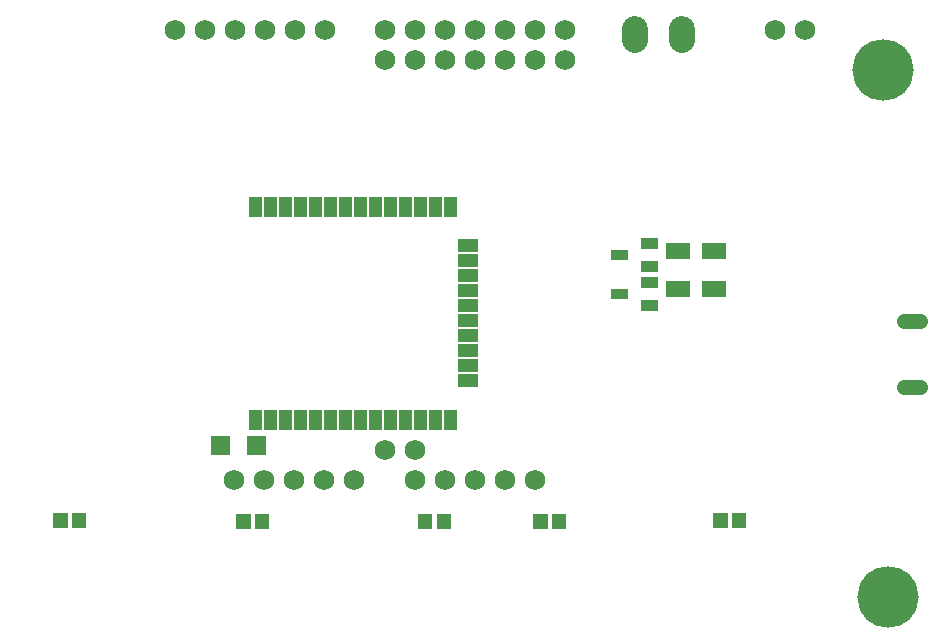
<source format=gbs>
G04 Layer: BottomSolderMaskLayer*
G04 EasyEDA v6.3.53, 2020-06-27T20:36:22+08:00*
G04 98c1c5add3144ec4b26582b9c50f015c,0271aa7b776e406f8d319a2d24a91b4c,10*
G04 Gerber Generator version 0.2*
G04 Scale: 100 percent, Rotated: No, Reflected: No *
G04 Dimensions in millimeters *
G04 leading zeros omitted , absolute positions ,3 integer and 3 decimal *
%FSLAX33Y33*%
%MOMM*%
G90*
G71D02*

%ADD53C,1.303198*%
%ADD54C,2.203196*%
%ADD55C,5.203190*%
%ADD65C,1.727200*%

%LPD*%
G54D53*
G01X82708Y27852D02*
G01X84008Y27852D01*
G01X82708Y22203D02*
G01X84008Y22203D01*
G54D54*
G01X63926Y52578D02*
G01X63926Y51578D01*
G01X59926Y52578D02*
G01X59926Y51578D01*
G54D55*
G01X80944Y49030D03*
G01X81325Y4453D03*
G36*
G01X65541Y33039D02*
G01X65541Y34441D01*
G01X67644Y34441D01*
G01X67644Y33039D01*
G01X65541Y33039D01*
G37*
G36*
G01X65541Y29838D02*
G01X65541Y31240D01*
G01X67644Y31240D01*
G01X67644Y29838D01*
G01X65541Y29838D01*
G37*
G36*
G01X62493Y29838D02*
G01X62493Y31240D01*
G01X64596Y31240D01*
G01X64596Y29838D01*
G01X62493Y29838D01*
G37*
G36*
G01X62493Y33039D02*
G01X62493Y34441D01*
G01X64596Y34441D01*
G01X64596Y33039D01*
G01X62493Y33039D01*
G37*
G36*
G01X57885Y32957D02*
G01X57885Y33862D01*
G01X59338Y33862D01*
G01X59338Y32957D01*
G01X57885Y32957D01*
G37*
G36*
G01X60385Y32007D02*
G01X60385Y32912D01*
G01X61838Y32912D01*
G01X61838Y32007D01*
G01X60385Y32007D01*
G37*
G36*
G01X60385Y33907D02*
G01X60385Y34812D01*
G01X61838Y34812D01*
G01X61838Y33907D01*
G01X60385Y33907D01*
G37*
G36*
G01X57885Y29655D02*
G01X57885Y30560D01*
G01X59338Y30560D01*
G01X59338Y29655D01*
G01X57885Y29655D01*
G37*
G36*
G01X60385Y28705D02*
G01X60385Y29610D01*
G01X61838Y29610D01*
G01X61838Y28705D01*
G01X60385Y28705D01*
G37*
G36*
G01X60385Y30605D02*
G01X60385Y31510D01*
G01X61838Y31510D01*
G01X61838Y30605D01*
G01X60385Y30605D01*
G37*
G36*
G01X24032Y16478D02*
G01X24032Y18083D01*
G01X25635Y18083D01*
G01X25635Y16478D01*
G01X24032Y16478D01*
G37*
G36*
G01X27032Y16478D02*
G01X27032Y18083D01*
G01X28635Y18083D01*
G01X28635Y16478D01*
G01X27032Y16478D01*
G37*
G36*
G01X10662Y10295D02*
G01X10662Y11599D01*
G01X11866Y11599D01*
G01X11866Y10295D01*
G01X10662Y10295D01*
G37*
G36*
G01X12262Y10295D02*
G01X12262Y11599D01*
G01X13466Y11599D01*
G01X13466Y10295D01*
G01X12262Y10295D01*
G37*
G36*
G01X26156Y10168D02*
G01X26156Y11472D01*
G01X27360Y11472D01*
G01X27360Y10168D01*
G01X26156Y10168D01*
G37*
G36*
G01X27756Y10168D02*
G01X27756Y11472D01*
G01X28960Y11472D01*
G01X28960Y10168D01*
G01X27756Y10168D01*
G37*
G36*
G01X41523Y10168D02*
G01X41523Y11472D01*
G01X42727Y11472D01*
G01X42727Y10168D01*
G01X41523Y10168D01*
G37*
G36*
G01X43123Y10168D02*
G01X43123Y11472D01*
G01X44327Y11472D01*
G01X44327Y10168D01*
G01X43123Y10168D01*
G37*
G36*
G01X52902Y10168D02*
G01X52902Y11472D01*
G01X54106Y11472D01*
G01X54106Y10168D01*
G01X52902Y10168D01*
G37*
G36*
G01X51304Y10168D02*
G01X51304Y11472D01*
G01X52506Y11472D01*
G01X52506Y10168D01*
G01X51304Y10168D01*
G37*
G36*
G01X68142Y10295D02*
G01X68142Y11599D01*
G01X69346Y11599D01*
G01X69346Y10295D01*
G01X68142Y10295D01*
G37*
G36*
G01X66544Y10295D02*
G01X66544Y11599D01*
G01X67746Y11599D01*
G01X67746Y10295D01*
G01X66544Y10295D01*
G37*
G36*
G01X27192Y18604D02*
G01X27192Y20308D01*
G01X28294Y20308D01*
G01X28294Y18604D01*
G01X27192Y18604D01*
G37*
G36*
G01X28462Y18604D02*
G01X28462Y20308D01*
G01X29564Y20308D01*
G01X29564Y18604D01*
G01X28462Y18604D01*
G37*
G36*
G01X29732Y18604D02*
G01X29732Y20308D01*
G01X30834Y20308D01*
G01X30834Y18604D01*
G01X29732Y18604D01*
G37*
G36*
G01X31002Y18604D02*
G01X31002Y20308D01*
G01X32104Y20308D01*
G01X32104Y18604D01*
G01X31002Y18604D01*
G37*
G36*
G01X32272Y18604D02*
G01X32272Y20308D01*
G01X33374Y20308D01*
G01X33374Y18604D01*
G01X32272Y18604D01*
G37*
G36*
G01X33542Y18604D02*
G01X33542Y20308D01*
G01X34644Y20308D01*
G01X34644Y18604D01*
G01X33542Y18604D01*
G37*
G36*
G01X34812Y18604D02*
G01X34812Y20308D01*
G01X35914Y20308D01*
G01X35914Y18604D01*
G01X34812Y18604D01*
G37*
G36*
G01X36082Y18604D02*
G01X36082Y20308D01*
G01X37184Y20308D01*
G01X37184Y18604D01*
G01X36082Y18604D01*
G37*
G36*
G01X37352Y18604D02*
G01X37352Y20308D01*
G01X38454Y20308D01*
G01X38454Y18604D01*
G01X37352Y18604D01*
G37*
G36*
G01X38622Y18604D02*
G01X38622Y20308D01*
G01X39724Y20308D01*
G01X39724Y18604D01*
G01X38622Y18604D01*
G37*
G36*
G01X39892Y18604D02*
G01X39892Y20308D01*
G01X40994Y20308D01*
G01X40994Y18604D01*
G01X39892Y18604D01*
G37*
G36*
G01X41162Y18604D02*
G01X41162Y20308D01*
G01X42264Y20308D01*
G01X42264Y18604D01*
G01X41162Y18604D01*
G37*
G36*
G01X42432Y18604D02*
G01X42432Y20308D01*
G01X43534Y20308D01*
G01X43534Y18604D01*
G01X42432Y18604D01*
G37*
G36*
G01X43702Y18604D02*
G01X43702Y20308D01*
G01X44804Y20308D01*
G01X44804Y18604D01*
G01X43702Y18604D01*
G37*
G36*
G01X44901Y22190D02*
G01X44901Y23293D01*
G01X46605Y23293D01*
G01X46605Y22190D01*
G01X44901Y22190D01*
G37*
G36*
G01X44901Y23460D02*
G01X44901Y24563D01*
G01X46605Y24563D01*
G01X46605Y23460D01*
G01X44901Y23460D01*
G37*
G36*
G01X44901Y24730D02*
G01X44901Y25833D01*
G01X46605Y25833D01*
G01X46605Y24730D01*
G01X44901Y24730D01*
G37*
G36*
G01X44901Y26000D02*
G01X44901Y27103D01*
G01X46605Y27103D01*
G01X46605Y26000D01*
G01X44901Y26000D01*
G37*
G36*
G01X44901Y27270D02*
G01X44901Y28373D01*
G01X46605Y28373D01*
G01X46605Y27270D01*
G01X44901Y27270D01*
G37*
G36*
G01X44901Y28540D02*
G01X44901Y29643D01*
G01X46605Y29643D01*
G01X46605Y28540D01*
G01X44901Y28540D01*
G37*
G36*
G01X44901Y29810D02*
G01X44901Y30913D01*
G01X46605Y30913D01*
G01X46605Y29810D01*
G01X44901Y29810D01*
G37*
G36*
G01X44901Y31080D02*
G01X44901Y32183D01*
G01X46605Y32183D01*
G01X46605Y31080D01*
G01X44901Y31080D01*
G37*
G36*
G01X44901Y32350D02*
G01X44901Y33453D01*
G01X46605Y33453D01*
G01X46605Y32350D01*
G01X44901Y32350D01*
G37*
G36*
G01X44901Y33620D02*
G01X44901Y34723D01*
G01X46605Y34723D01*
G01X46605Y33620D01*
G01X44901Y33620D01*
G37*
G36*
G01X43702Y36605D02*
G01X43702Y38309D01*
G01X44804Y38309D01*
G01X44804Y36605D01*
G01X43702Y36605D01*
G37*
G36*
G01X42432Y36605D02*
G01X42432Y38309D01*
G01X43534Y38309D01*
G01X43534Y36605D01*
G01X42432Y36605D01*
G37*
G36*
G01X41162Y36605D02*
G01X41162Y38309D01*
G01X42264Y38309D01*
G01X42264Y36605D01*
G01X41162Y36605D01*
G37*
G36*
G01X39892Y36605D02*
G01X39892Y38309D01*
G01X40994Y38309D01*
G01X40994Y36605D01*
G01X39892Y36605D01*
G37*
G36*
G01X38622Y36605D02*
G01X38622Y38309D01*
G01X39724Y38309D01*
G01X39724Y36605D01*
G01X38622Y36605D01*
G37*
G36*
G01X37352Y36605D02*
G01X37352Y38309D01*
G01X38454Y38309D01*
G01X38454Y36605D01*
G01X37352Y36605D01*
G37*
G36*
G01X36082Y36605D02*
G01X36082Y38309D01*
G01X37184Y38309D01*
G01X37184Y36605D01*
G01X36082Y36605D01*
G37*
G36*
G01X34812Y36605D02*
G01X34812Y38309D01*
G01X35914Y38309D01*
G01X35914Y36605D01*
G01X34812Y36605D01*
G37*
G36*
G01X33542Y36605D02*
G01X33542Y38309D01*
G01X34644Y38309D01*
G01X34644Y36605D01*
G01X33542Y36605D01*
G37*
G36*
G01X32272Y36605D02*
G01X32272Y38309D01*
G01X33374Y38309D01*
G01X33374Y36605D01*
G01X32272Y36605D01*
G37*
G36*
G01X31002Y36605D02*
G01X31002Y38309D01*
G01X32104Y38309D01*
G01X32104Y36605D01*
G01X31002Y36605D01*
G37*
G36*
G01X29732Y36605D02*
G01X29732Y38309D01*
G01X30834Y38309D01*
G01X30834Y36605D01*
G01X29732Y36605D01*
G37*
G36*
G01X28462Y36605D02*
G01X28462Y38309D01*
G01X29564Y38309D01*
G01X29564Y36605D01*
G01X28462Y36605D01*
G37*
G36*
G01X27192Y36605D02*
G01X27192Y38309D01*
G01X28294Y38309D01*
G01X28294Y36605D01*
G01X27192Y36605D01*
G37*
G54D65*
G01X38780Y16899D03*
G01X41320Y16899D03*
G01X28620Y52459D03*
G01X26080Y52459D03*
G01X71800Y52459D03*
G01X74340Y52459D03*
G01X51480Y52459D03*
G01X54020Y52459D03*
G01X33700Y52459D03*
G01X31160Y52459D03*
G01X25953Y14359D03*
G01X28493Y14359D03*
G01X31033Y14359D03*
G01X33573Y14359D03*
G01X36113Y14359D03*
G01X41320Y14359D03*
G01X43860Y14359D03*
G01X46400Y14359D03*
G01X48940Y14359D03*
G01X51480Y14359D03*
G01X48940Y49919D03*
G01X46400Y49919D03*
G01X43860Y49919D03*
G01X41320Y49919D03*
G01X38780Y49919D03*
G01X48940Y52459D03*
G01X46400Y52459D03*
G01X43860Y52459D03*
G01X41320Y52459D03*
G01X38780Y52459D03*
G01X23540Y52459D03*
G01X21000Y52459D03*
G01X51480Y49919D03*
G01X54020Y49919D03*
M00*
M02*

</source>
